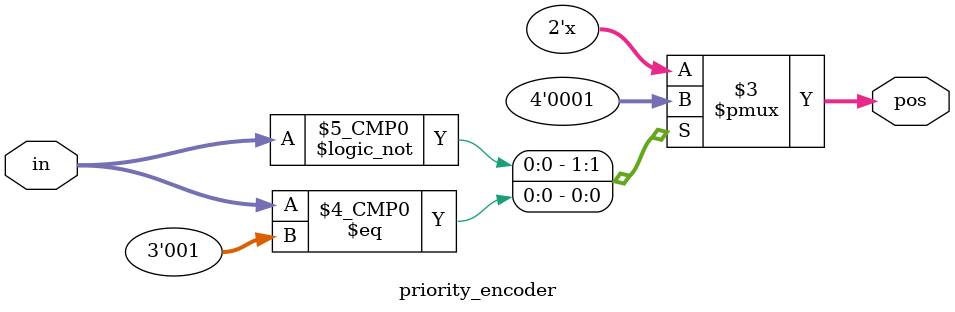
<source format=v>
module priority_encoder( 
input [2:0] in,
output reg [1:0] pos ); 
// When sel=1, assign b to out
always @(*)
case (in)
	1'b0 : pos = 2'b00;
	1'b1 : pos = 2'b01;
	1'bx : pos = 2'b10;
	1'bz : pos = 2'b11;
	default: pos = 2'bxx;
endcase

endmodule

</source>
